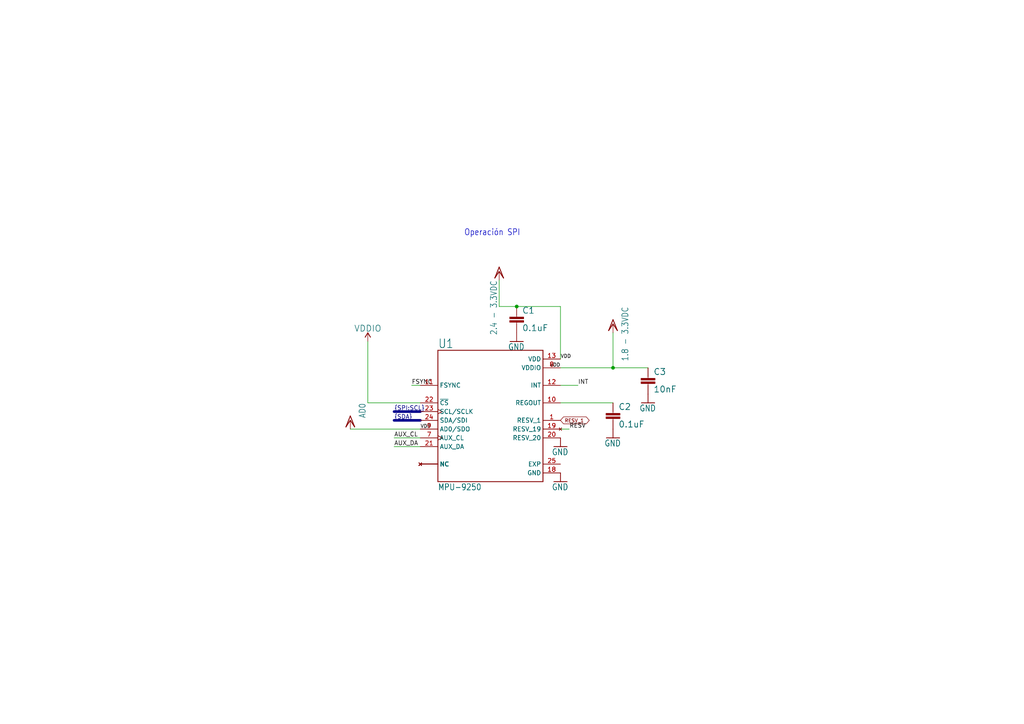
<source format=kicad_sch>
(kicad_sch
	(version 20231120)
	(generator "eeschema")
	(generator_version "8.0")
	(uuid "764a5353-0f84-4bd2-bab1-8a7686256f67")
	(paper "A4")
	(lib_symbols
		(symbol "MPU9250_SPI-eagle-import:1.0NF/1000PF-1206-2KV-10%"
			(exclude_from_sim no)
			(in_bom yes)
			(on_board yes)
			(property "Reference" "C"
				(at 1.524 2.921 0)
				(effects
					(font
						(size 1.778 1.778)
					)
					(justify left bottom)
				)
			)
			(property "Value" ""
				(at 1.524 -2.159 0)
				(effects
					(font
						(size 1.778 1.778)
					)
					(justify left bottom)
				)
			)
			(property "Footprint" "MPU9250_SPI:1206"
				(at 0 0 0)
				(effects
					(font
						(size 1.27 1.27)
					)
					(hide yes)
				)
			)
			(property "Datasheet" ""
				(at 0 0 0)
				(effects
					(font
						(size 1.27 1.27)
					)
					(hide yes)
				)
			)
			(property "Description" "1nF/1,000pF ceramic capacitors\n\nA capacitor is a passive two-terminal electrical component used to store electrical energy temporarily in an electric field."
				(at 0 0 0)
				(effects
					(font
						(size 1.27 1.27)
					)
					(hide yes)
				)
			)
			(property "ki_locked" ""
				(at 0 0 0)
				(effects
					(font
						(size 1.27 1.27)
					)
				)
			)
			(symbol "1.0NF/1000PF-1206-2KV-10%_1_0"
				(rectangle
					(start -2.032 0.508)
					(end 2.032 1.016)
					(stroke
						(width 0)
						(type default)
					)
					(fill
						(type outline)
					)
				)
				(rectangle
					(start -2.032 1.524)
					(end 2.032 2.032)
					(stroke
						(width 0)
						(type default)
					)
					(fill
						(type outline)
					)
				)
				(polyline
					(pts
						(xy 0 0) (xy 0 0.508)
					)
					(stroke
						(width 0.1524)
						(type solid)
					)
					(fill
						(type none)
					)
				)
				(polyline
					(pts
						(xy 0 2.54) (xy 0 2.032)
					)
					(stroke
						(width 0.1524)
						(type solid)
					)
					(fill
						(type none)
					)
				)
				(pin passive line
					(at 0 5.08 270)
					(length 2.54)
					(name "1"
						(effects
							(font
								(size 0 0)
							)
						)
					)
					(number "1"
						(effects
							(font
								(size 0 0)
							)
						)
					)
				)
				(pin passive line
					(at 0 -2.54 90)
					(length 2.54)
					(name "2"
						(effects
							(font
								(size 0 0)
							)
						)
					)
					(number "2"
						(effects
							(font
								(size 0 0)
							)
						)
					)
				)
			)
		)
		(symbol "MPU9250_SPI-eagle-import:GND"
			(power)
			(exclude_from_sim no)
			(in_bom yes)
			(on_board yes)
			(property "Reference" "#GND"
				(at 0 0 0)
				(effects
					(font
						(size 1.27 1.27)
					)
					(hide yes)
				)
			)
			(property "Value" ""
				(at -2.54 -2.54 0)
				(effects
					(font
						(size 1.778 1.5113)
					)
					(justify left bottom)
				)
			)
			(property "Footprint" ""
				(at 0 0 0)
				(effects
					(font
						(size 1.27 1.27)
					)
					(hide yes)
				)
			)
			(property "Datasheet" ""
				(at 0 0 0)
				(effects
					(font
						(size 1.27 1.27)
					)
					(hide yes)
				)
			)
			(property "Description" "SUPPLY SYMBOL"
				(at 0 0 0)
				(effects
					(font
						(size 1.27 1.27)
					)
					(hide yes)
				)
			)
			(property "ki_locked" ""
				(at 0 0 0)
				(effects
					(font
						(size 1.27 1.27)
					)
				)
			)
			(symbol "GND_1_0"
				(polyline
					(pts
						(xy -1.905 0) (xy 1.905 0)
					)
					(stroke
						(width 0.254)
						(type solid)
					)
					(fill
						(type none)
					)
				)
				(pin power_in line
					(at 0 2.54 270)
					(length 2.54)
					(name "GND"
						(effects
							(font
								(size 0 0)
							)
						)
					)
					(number "1"
						(effects
							(font
								(size 0 0)
							)
						)
					)
				)
			)
		)
		(symbol "MPU9250_SPI-eagle-import:MPU-9250"
			(exclude_from_sim no)
			(in_bom yes)
			(on_board yes)
			(property "Reference" "U"
				(at -15.2602 20.8556 0)
				(effects
					(font
						(size 2.54 2.159)
					)
					(justify left bottom)
				)
			)
			(property "Value" ""
				(at -15.2414 -20.3219 0)
				(effects
					(font
						(size 1.7781 1.5113)
					)
					(justify left bottom)
				)
			)
			(property "Footprint" "MPU9250_SPI:QFN40P300X300X105-25N"
				(at 0 0 0)
				(effects
					(font
						(size 1.27 1.27)
					)
					(hide yes)
				)
			)
			(property "Datasheet" ""
				(at 0 0 0)
				(effects
					(font
						(size 1.27 1.27)
					)
					(hide yes)
				)
			)
			(property "Description" "https://pricing.snapeda.com/parts/MPU-9250/TDK%20InvenSense/view-part?ref=eda Check availability"
				(at 0 0 0)
				(effects
					(font
						(size 1.27 1.27)
					)
					(hide yes)
				)
			)
			(property "ki_locked" ""
				(at 0 0 0)
				(effects
					(font
						(size 1.27 1.27)
					)
				)
			)
			(symbol "MPU-9250_1_0"
				(polyline
					(pts
						(xy -15.24 -17.78) (xy 15.24 -17.78)
					)
					(stroke
						(width 0.254)
						(type solid)
					)
					(fill
						(type none)
					)
				)
				(polyline
					(pts
						(xy -15.24 20.32) (xy -15.24 -17.78)
					)
					(stroke
						(width 0.254)
						(type solid)
					)
					(fill
						(type none)
					)
				)
				(polyline
					(pts
						(xy 15.24 -17.78) (xy 15.24 20.32)
					)
					(stroke
						(width 0.254)
						(type solid)
					)
					(fill
						(type none)
					)
				)
				(polyline
					(pts
						(xy 15.24 20.32) (xy -15.24 20.32)
					)
					(stroke
						(width 0.254)
						(type solid)
					)
					(fill
						(type none)
					)
				)
				(pin power_in line
					(at 20.32 0 180)
					(length 5.08)
					(name "RESV_1"
						(effects
							(font
								(size 1.27 1.27)
							)
						)
					)
					(number "1"
						(effects
							(font
								(size 1.27 1.27)
							)
						)
					)
				)
				(pin output line
					(at 20.32 5.08 180)
					(length 5.08)
					(name "REGOUT"
						(effects
							(font
								(size 1.27 1.27)
							)
						)
					)
					(number "10"
						(effects
							(font
								(size 1.27 1.27)
							)
						)
					)
				)
				(pin input line
					(at -20.32 10.16 0)
					(length 5.08)
					(name "FSYNC"
						(effects
							(font
								(size 1.27 1.27)
							)
						)
					)
					(number "11"
						(effects
							(font
								(size 1.27 1.27)
							)
						)
					)
				)
				(pin output line
					(at 20.32 10.16 180)
					(length 5.08)
					(name "INT"
						(effects
							(font
								(size 1.27 1.27)
							)
						)
					)
					(number "12"
						(effects
							(font
								(size 1.27 1.27)
							)
						)
					)
				)
				(pin power_in line
					(at 20.32 17.78 180)
					(length 5.08)
					(name "VDD"
						(effects
							(font
								(size 1.27 1.27)
							)
						)
					)
					(number "13"
						(effects
							(font
								(size 1.27 1.27)
							)
						)
					)
				)
				(pin no_connect line
					(at -20.32 -12.7 0)
					(length 5.08)
					(name "NC"
						(effects
							(font
								(size 1.27 1.27)
							)
						)
					)
					(number "14"
						(effects
							(font
								(size 0 0)
							)
						)
					)
				)
				(pin no_connect line
					(at -20.32 -12.7 0)
					(length 5.08)
					(name "NC"
						(effects
							(font
								(size 1.27 1.27)
							)
						)
					)
					(number "15"
						(effects
							(font
								(size 0 0)
							)
						)
					)
				)
				(pin no_connect line
					(at -20.32 -12.7 0)
					(length 5.08)
					(name "NC"
						(effects
							(font
								(size 1.27 1.27)
							)
						)
					)
					(number "16"
						(effects
							(font
								(size 0 0)
							)
						)
					)
				)
				(pin no_connect line
					(at -20.32 -12.7 0)
					(length 5.08)
					(name "NC"
						(effects
							(font
								(size 1.27 1.27)
							)
						)
					)
					(number "17"
						(effects
							(font
								(size 0 0)
							)
						)
					)
				)
				(pin power_in line
					(at 20.32 -15.24 180)
					(length 5.08)
					(name "GND"
						(effects
							(font
								(size 1.27 1.27)
							)
						)
					)
					(number "18"
						(effects
							(font
								(size 1.27 1.27)
							)
						)
					)
				)
				(pin no_connect line
					(at 20.32 -2.54 180)
					(length 5.08)
					(name "RESV_19"
						(effects
							(font
								(size 1.27 1.27)
							)
						)
					)
					(number "19"
						(effects
							(font
								(size 1.27 1.27)
							)
						)
					)
				)
				(pin no_connect line
					(at -20.32 -12.7 0)
					(length 5.08)
					(name "NC"
						(effects
							(font
								(size 1.27 1.27)
							)
						)
					)
					(number "2"
						(effects
							(font
								(size 0 0)
							)
						)
					)
				)
				(pin power_in line
					(at 20.32 -5.08 180)
					(length 5.08)
					(name "RESV_20"
						(effects
							(font
								(size 1.27 1.27)
							)
						)
					)
					(number "20"
						(effects
							(font
								(size 1.27 1.27)
							)
						)
					)
				)
				(pin input line
					(at -20.32 -7.62 0)
					(length 5.08)
					(name "AUX_DA"
						(effects
							(font
								(size 1.27 1.27)
							)
						)
					)
					(number "21"
						(effects
							(font
								(size 1.27 1.27)
							)
						)
					)
				)
				(pin input line
					(at -20.32 5.08 0)
					(length 5.08)
					(name "~{CS}"
						(effects
							(font
								(size 1.27 1.27)
							)
						)
					)
					(number "22"
						(effects
							(font
								(size 1.27 1.27)
							)
						)
					)
				)
				(pin input clock
					(at -20.32 2.54 0)
					(length 5.08)
					(name "SCL/SCLK"
						(effects
							(font
								(size 1.27 1.27)
							)
						)
					)
					(number "23"
						(effects
							(font
								(size 1.27 1.27)
							)
						)
					)
				)
				(pin bidirectional line
					(at -20.32 0 0)
					(length 5.08)
					(name "SDA/SDI"
						(effects
							(font
								(size 1.27 1.27)
							)
						)
					)
					(number "24"
						(effects
							(font
								(size 1.27 1.27)
							)
						)
					)
				)
				(pin passive line
					(at 20.32 -12.7 180)
					(length 5.08)
					(name "EXP"
						(effects
							(font
								(size 1.27 1.27)
							)
						)
					)
					(number "25"
						(effects
							(font
								(size 1.27 1.27)
							)
						)
					)
				)
				(pin no_connect line
					(at -20.32 -12.7 0)
					(length 5.08)
					(name "NC"
						(effects
							(font
								(size 1.27 1.27)
							)
						)
					)
					(number "3"
						(effects
							(font
								(size 0 0)
							)
						)
					)
				)
				(pin no_connect line
					(at -20.32 -12.7 0)
					(length 5.08)
					(name "NC"
						(effects
							(font
								(size 1.27 1.27)
							)
						)
					)
					(number "4"
						(effects
							(font
								(size 0 0)
							)
						)
					)
				)
				(pin no_connect line
					(at -20.32 -12.7 0)
					(length 5.08)
					(name "NC"
						(effects
							(font
								(size 1.27 1.27)
							)
						)
					)
					(number "5"
						(effects
							(font
								(size 0 0)
							)
						)
					)
				)
				(pin no_connect line
					(at -20.32 -12.7 0)
					(length 5.08)
					(name "NC"
						(effects
							(font
								(size 1.27 1.27)
							)
						)
					)
					(number "6"
						(effects
							(font
								(size 0 0)
							)
						)
					)
				)
				(pin input clock
					(at -20.32 -5.08 0)
					(length 5.08)
					(name "AUX_CL"
						(effects
							(font
								(size 1.27 1.27)
							)
						)
					)
					(number "7"
						(effects
							(font
								(size 1.27 1.27)
							)
						)
					)
				)
				(pin power_in line
					(at 20.32 15.24 180)
					(length 5.08)
					(name "VDDIO"
						(effects
							(font
								(size 1.27 1.27)
							)
						)
					)
					(number "8"
						(effects
							(font
								(size 1.27 1.27)
							)
						)
					)
				)
				(pin output line
					(at -20.32 -2.54 0)
					(length 5.08)
					(name "AD0/SDO"
						(effects
							(font
								(size 1.27 1.27)
							)
						)
					)
					(number "9"
						(effects
							(font
								(size 1.27 1.27)
							)
						)
					)
				)
			)
		)
		(symbol "MPU9250_SPI-eagle-import:VDD"
			(power)
			(exclude_from_sim no)
			(in_bom yes)
			(on_board yes)
			(property "Reference" "#VDD"
				(at 0 0 0)
				(effects
					(font
						(size 1.27 1.27)
					)
					(hide yes)
				)
			)
			(property "Value" ""
				(at -2.54 -2.54 90)
				(effects
					(font
						(size 1.778 1.5113)
					)
					(justify left bottom)
				)
			)
			(property "Footprint" ""
				(at 0 0 0)
				(effects
					(font
						(size 1.27 1.27)
					)
					(hide yes)
				)
			)
			(property "Datasheet" ""
				(at 0 0 0)
				(effects
					(font
						(size 1.27 1.27)
					)
					(hide yes)
				)
			)
			(property "Description" "SUPPLY SYMBOL"
				(at 0 0 0)
				(effects
					(font
						(size 1.27 1.27)
					)
					(hide yes)
				)
			)
			(property "ki_locked" ""
				(at 0 0 0)
				(effects
					(font
						(size 1.27 1.27)
					)
				)
			)
			(symbol "VDD_1_0"
				(polyline
					(pts
						(xy 0 0) (xy -1.27 -1.905)
					)
					(stroke
						(width 0.254)
						(type solid)
					)
					(fill
						(type none)
					)
				)
				(polyline
					(pts
						(xy 0 1.27) (xy -1.27 -1.905)
					)
					(stroke
						(width 0.254)
						(type solid)
					)
					(fill
						(type none)
					)
				)
				(polyline
					(pts
						(xy 1.27 -1.905) (xy 0 0)
					)
					(stroke
						(width 0.254)
						(type solid)
					)
					(fill
						(type none)
					)
				)
				(polyline
					(pts
						(xy 1.27 -1.905) (xy 0 1.27)
					)
					(stroke
						(width 0.254)
						(type solid)
					)
					(fill
						(type none)
					)
				)
				(pin power_in line
					(at 0 -2.54 90)
					(length 2.54)
					(name "VDD"
						(effects
							(font
								(size 0 0)
							)
						)
					)
					(number "1"
						(effects
							(font
								(size 0 0)
							)
						)
					)
				)
			)
		)
		(symbol "MPU9250_SPI-eagle-import:VDDIO"
			(power)
			(exclude_from_sim no)
			(in_bom yes)
			(on_board yes)
			(property "Reference" "#SUPPLY"
				(at 0 0 0)
				(effects
					(font
						(size 1.27 1.27)
					)
					(hide yes)
				)
			)
			(property "Value" ""
				(at 0 2.794 0)
				(effects
					(font
						(size 1.778 1.778)
					)
					(justify bottom)
				)
			)
			(property "Footprint" ""
				(at 0 0 0)
				(effects
					(font
						(size 1.27 1.27)
					)
					(hide yes)
				)
			)
			(property "Datasheet" ""
				(at 0 0 0)
				(effects
					(font
						(size 1.27 1.27)
					)
					(hide yes)
				)
			)
			(property "Description" "VDD Voltage Supply\n\nPositive voltage supply (traditionally for a CMOS device, D=drain)."
				(at 0 0 0)
				(effects
					(font
						(size 1.27 1.27)
					)
					(hide yes)
				)
			)
			(property "ki_locked" ""
				(at 0 0 0)
				(effects
					(font
						(size 1.27 1.27)
					)
				)
			)
			(symbol "VDDIO_1_0"
				(polyline
					(pts
						(xy 0 2.54) (xy -0.762 1.27)
					)
					(stroke
						(width 0.254)
						(type solid)
					)
					(fill
						(type none)
					)
				)
				(polyline
					(pts
						(xy 0.762 1.27) (xy 0 2.54)
					)
					(stroke
						(width 0.254)
						(type solid)
					)
					(fill
						(type none)
					)
				)
				(pin power_in line
					(at 0 0 90)
					(length 2.54)
					(name "VDDIO"
						(effects
							(font
								(size 0 0)
							)
						)
					)
					(number "1"
						(effects
							(font
								(size 0 0)
							)
						)
					)
				)
			)
		)
	)
	(junction
		(at 177.8 106.68)
		(diameter 0)
		(color 0 0 0 0)
		(uuid "c3bbfa97-dd4e-4dcc-b11b-00b5c69bc2b0")
	)
	(junction
		(at 149.86 88.9)
		(diameter 0)
		(color 0 0 0 0)
		(uuid "f6704ea5-6b83-4a93-9e7f-2b8837dfa1ea")
	)
	(bus
		(pts
			(xy 121.92 121.92) (xy 114.3 121.92)
		)
		(stroke
			(width 0.762)
			(type solid)
		)
		(uuid "0bb61561-8db4-4802-95c7-5d22dfa342f9")
	)
	(wire
		(pts
			(xy 177.8 106.68) (xy 187.96 106.68)
		)
		(stroke
			(width 0.1524)
			(type solid)
		)
		(uuid "0d443655-23f9-42f4-a740-7e018a27bcc0")
	)
	(wire
		(pts
			(xy 162.56 104.14) (xy 162.56 88.9)
		)
		(stroke
			(width 0.1524)
			(type solid)
		)
		(uuid "1b9fc20e-4f34-48b0-abfe-f7479d90cc55")
	)
	(wire
		(pts
			(xy 144.78 81.28) (xy 144.78 88.9)
		)
		(stroke
			(width 0.1524)
			(type solid)
		)
		(uuid "32cc8c65-86eb-4185-9623-bd8feae50f54")
	)
	(wire
		(pts
			(xy 121.92 127) (xy 114.3 127)
		)
		(stroke
			(width 0.1524)
			(type solid)
		)
		(uuid "46c5a351-a39f-4297-9fac-7a2d9939d622")
	)
	(wire
		(pts
			(xy 106.68 116.84) (xy 121.92 116.84)
		)
		(stroke
			(width 0.1524)
			(type solid)
		)
		(uuid "592a75e5-c4fe-4bd1-8acf-66a9d6091621")
	)
	(wire
		(pts
			(xy 162.56 124.46) (xy 165.1 124.46)
		)
		(stroke
			(width 0.1524)
			(type solid)
		)
		(uuid "5dd1d3ad-4049-490a-ba09-37983149a72a")
	)
	(wire
		(pts
			(xy 162.56 106.68) (xy 177.8 106.68)
		)
		(stroke
			(width 0.1524)
			(type solid)
		)
		(uuid "6f91be73-9b0f-47ed-92ad-06e4cb056a7b")
	)
	(wire
		(pts
			(xy 121.92 129.54) (xy 114.3 129.54)
		)
		(stroke
			(width 0.1524)
			(type solid)
		)
		(uuid "71fc5644-617d-44a3-9c3b-c2539a9a0ff6")
	)
	(wire
		(pts
			(xy 162.56 111.76) (xy 167.64 111.76)
		)
		(stroke
			(width 0.1524)
			(type solid)
		)
		(uuid "7e306e86-c9eb-4c5f-8e35-cd17b2a60f9c")
	)
	(wire
		(pts
			(xy 162.56 116.84) (xy 177.8 116.84)
		)
		(stroke
			(width 0.1524)
			(type solid)
		)
		(uuid "8611a3d7-b1f6-422e-a82b-9c1c22fd7243")
	)
	(wire
		(pts
			(xy 177.8 96.52) (xy 177.8 106.68)
		)
		(stroke
			(width 0.1524)
			(type solid)
		)
		(uuid "8d7385ad-2982-4a5a-8a14-9256f96cb686")
	)
	(wire
		(pts
			(xy 162.56 88.9) (xy 149.86 88.9)
		)
		(stroke
			(width 0.1524)
			(type solid)
		)
		(uuid "a676e4ef-2d91-4ef2-877c-071a58e9b35e")
	)
	(bus
		(pts
			(xy 121.92 119.38) (xy 114.3 119.38)
		)
		(stroke
			(width 0.762)
			(type solid)
		)
		(uuid "c18c861f-00b5-49ef-8d91-757eded1c446")
	)
	(wire
		(pts
			(xy 106.68 99.06) (xy 106.68 116.84)
		)
		(stroke
			(width 0.1524)
			(type solid)
		)
		(uuid "cba003f7-7f19-4166-a72b-72293600a94a")
	)
	(wire
		(pts
			(xy 121.92 111.76) (xy 119.38 111.76)
		)
		(stroke
			(width 0.1524)
			(type solid)
		)
		(uuid "d39a90a4-7e93-4249-b5d0-ec6a7b3dc48e")
	)
	(wire
		(pts
			(xy 121.92 124.46) (xy 101.6 124.46)
		)
		(stroke
			(width 0.1524)
			(type solid)
		)
		(uuid "d657525a-fc74-4cd9-a120-ff8af1a33ea5")
	)
	(wire
		(pts
			(xy 144.78 88.9) (xy 149.86 88.9)
		)
		(stroke
			(width 0.1524)
			(type solid)
		)
		(uuid "f588ea3d-7d3c-4957-984d-53af047e6696")
	)
	(text "Operación SPI"
		(exclude_from_sim no)
		(at 134.62 68.58 0)
		(effects
			(font
				(size 1.778 1.5113)
			)
			(justify left bottom)
		)
		(uuid "cff7d4e9-efea-4cc2-a08d-22f37a589949")
	)
	(label "VDD"
		(at 121.92 124.46 0)
		(effects
			(font
				(size 1.016 1.016)
			)
			(justify left bottom)
		)
		(uuid "241e1e24-e68d-4c7b-a41a-134d7c57c8a1")
	)
	(label "VDD"
		(at 162.56 106.68 180)
		(effects
			(font
				(size 1.016 1.016)
			)
			(justify right bottom)
		)
		(uuid "2a74a767-2a8a-46ba-a01d-80beb897279a")
	)
	(label "VDD"
		(at 162.56 104.14 0)
		(effects
			(font
				(size 1.016 1.016)
			)
			(justify left bottom)
		)
		(uuid "57be9ce1-f262-4e23-9e59-5fa0557bc3c5")
	)
	(label "INT"
		(at 167.64 111.76 0)
		(effects
			(font
				(size 1.2446 1.2446)
			)
			(justify left bottom)
		)
		(uuid "7012ce64-ba27-4be6-a6ed-6663fffa69ab")
	)
	(label "{SDA}"
		(at 114.3 121.92 0)
		(effects
			(font
				(size 1.2446 1.2446)
			)
			(justify left bottom)
		)
		(uuid "7c44bd4c-8858-4bb9-a4dd-97ac509e36ff")
	)
	(label "AUX_DA"
		(at 114.3 129.54 0)
		(effects
			(font
				(size 1.2446 1.2446)
			)
			(justify left bottom)
		)
		(uuid "baecdad2-b4e9-4f0c-928e-2a67e2f71782")
	)
	(label "{SPI:SCL}"
		(at 114.3 119.38 0)
		(effects
			(font
				(size 1.2446 1.2446)
			)
			(justify left bottom)
		)
		(uuid "bb7c1a85-d7a4-43aa-a805-59bf4d9fe55c")
	)
	(label "AUX_CL"
		(at 114.3 127 0)
		(effects
			(font
				(size 1.2446 1.2446)
			)
			(justify left bottom)
		)
		(uuid "e2316fd5-2948-433c-8155-f980d5f44d8e")
	)
	(label "FSYNC"
		(at 119.38 111.76 0)
		(effects
			(font
				(size 1.2446 1.2446)
			)
			(justify left bottom)
		)
		(uuid "e4a63826-80ea-4047-9a98-b1274410ed21")
	)
	(label "RESV"
		(at 165.1 124.46 0)
		(effects
			(font
				(size 1.2446 1.2446)
			)
			(justify left bottom)
		)
		(uuid "f7e2fd41-4486-485a-864d-f838c1155bb8")
	)
	(global_label "RESV_1"
		(shape bidirectional)
		(at 162.56 121.92 0)
		(fields_autoplaced yes)
		(effects
			(font
				(size 1.016 1.016)
			)
			(justify left)
		)
		(uuid "4339c459-04ec-402b-b645-e081ea360c7b")
		(property "Intersheetrefs" "${INTERSHEET_REFS}"
			(at 171.3523 121.92 0)
			(effects
				(font
					(size 1.27 1.27)
				)
				(justify left)
				(hide yes)
			)
		)
	)
	(symbol
		(lib_id "MPU9250_SPI-eagle-import:VDD")
		(at 144.78 78.74 0)
		(unit 1)
		(exclude_from_sim no)
		(in_bom yes)
		(on_board yes)
		(dnp no)
		(uuid "543a7fdc-96ec-4b91-bee8-489838baaa0c")
		(property "Reference" "#VDD1"
			(at 144.78 78.74 0)
			(effects
				(font
					(size 1.27 1.27)
				)
				(hide yes)
			)
		)
		(property "Value" "2.4 - 3.3VDC"
			(at 142.24 81.28 90)
			(effects
				(font
					(size 1.778 1.5113)
				)
				(justify right top)
			)
		)
		(property "Footprint" ""
			(at 144.78 78.74 0)
			(effects
				(font
					(size 1.27 1.27)
				)
				(hide yes)
			)
		)
		(property "Datasheet" ""
			(at 144.78 78.74 0)
			(effects
				(font
					(size 1.27 1.27)
				)
				(hide yes)
			)
		)
		(property "Description" ""
			(at 144.78 78.74 0)
			(effects
				(font
					(size 1.27 1.27)
				)
				(hide yes)
			)
		)
		(pin "1"
			(uuid "b2028716-8e8a-4feb-acfb-c24e708cb297")
		)
		(instances
			(project ""
				(path "/764a5353-0f84-4bd2-bab1-8a7686256f67"
					(reference "#VDD1")
					(unit 1)
				)
			)
		)
	)
	(symbol
		(lib_id "MPU9250_SPI-eagle-import:1.0NF/1000PF-1206-2KV-10%")
		(at 149.86 93.98 0)
		(unit 1)
		(exclude_from_sim no)
		(in_bom yes)
		(on_board yes)
		(dnp no)
		(uuid "592feed7-351b-4fa3-9b3e-9ff574251dad")
		(property "Reference" "C1"
			(at 151.384 91.059 0)
			(effects
				(font
					(size 1.778 1.778)
				)
				(justify left bottom)
			)
		)
		(property "Value" "0.1uF"
			(at 151.384 96.139 0)
			(effects
				(font
					(size 1.778 1.778)
				)
				(justify left bottom)
			)
		)
		(property "Footprint" "MPU9250_SPI:1206"
			(at 149.86 93.98 0)
			(effects
				(font
					(size 1.27 1.27)
				)
				(hide yes)
			)
		)
		(property "Datasheet" ""
			(at 149.86 93.98 0)
			(effects
				(font
					(size 1.27 1.27)
				)
				(hide yes)
			)
		)
		(property "Description" ""
			(at 149.86 93.98 0)
			(effects
				(font
					(size 1.27 1.27)
				)
				(hide yes)
			)
		)
		(pin "2"
			(uuid "717b22f3-9ee2-4c36-ac69-5dfb97708c94")
		)
		(pin "1"
			(uuid "82c6782c-5792-4ef0-9105-aedb942ddc07")
		)
		(instances
			(project ""
				(path "/764a5353-0f84-4bd2-bab1-8a7686256f67"
					(reference "C1")
					(unit 1)
				)
			)
		)
	)
	(symbol
		(lib_id "MPU9250_SPI-eagle-import:VDD")
		(at 177.8 93.98 0)
		(unit 1)
		(exclude_from_sim no)
		(in_bom yes)
		(on_board yes)
		(dnp no)
		(uuid "5fe04a96-a11a-4161-b6b8-b69d21d78ce1")
		(property "Reference" "#VDD2"
			(at 177.8 93.98 0)
			(effects
				(font
					(size 1.27 1.27)
				)
				(hide yes)
			)
		)
		(property "Value" "1.8 - 3.3VDC"
			(at 180.34 88.9 90)
			(effects
				(font
					(size 1.778 1.5113)
				)
				(justify right top)
			)
		)
		(property "Footprint" ""
			(at 177.8 93.98 0)
			(effects
				(font
					(size 1.27 1.27)
				)
				(hide yes)
			)
		)
		(property "Datasheet" ""
			(at 177.8 93.98 0)
			(effects
				(font
					(size 1.27 1.27)
				)
				(hide yes)
			)
		)
		(property "Description" ""
			(at 177.8 93.98 0)
			(effects
				(font
					(size 1.27 1.27)
				)
				(hide yes)
			)
		)
		(pin "1"
			(uuid "27eb5299-51a4-40fc-ad89-37013012ffc1")
		)
		(instances
			(project ""
				(path "/764a5353-0f84-4bd2-bab1-8a7686256f67"
					(reference "#VDD2")
					(unit 1)
				)
			)
		)
	)
	(symbol
		(lib_id "MPU9250_SPI-eagle-import:GND")
		(at 149.86 99.06 0)
		(unit 1)
		(exclude_from_sim no)
		(in_bom yes)
		(on_board yes)
		(dnp no)
		(uuid "610222e3-6e8b-4ef1-8799-f4dcec5afb53")
		(property "Reference" "#GND2"
			(at 149.86 99.06 0)
			(effects
				(font
					(size 1.27 1.27)
				)
				(hide yes)
			)
		)
		(property "Value" "GND"
			(at 147.32 101.6 0)
			(effects
				(font
					(size 1.778 1.5113)
				)
				(justify left bottom)
			)
		)
		(property "Footprint" ""
			(at 149.86 99.06 0)
			(effects
				(font
					(size 1.27 1.27)
				)
				(hide yes)
			)
		)
		(property "Datasheet" ""
			(at 149.86 99.06 0)
			(effects
				(font
					(size 1.27 1.27)
				)
				(hide yes)
			)
		)
		(property "Description" ""
			(at 149.86 99.06 0)
			(effects
				(font
					(size 1.27 1.27)
				)
				(hide yes)
			)
		)
		(pin "1"
			(uuid "fbc7056d-b7db-40e6-8b14-212ba2cc4a2c")
		)
		(instances
			(project ""
				(path "/764a5353-0f84-4bd2-bab1-8a7686256f67"
					(reference "#GND2")
					(unit 1)
				)
			)
		)
	)
	(symbol
		(lib_id "MPU9250_SPI-eagle-import:MPU-9250")
		(at 142.24 121.92 0)
		(unit 1)
		(exclude_from_sim no)
		(in_bom yes)
		(on_board yes)
		(dnp no)
		(uuid "7c443d63-4d89-4c6a-827a-fbf85603445c")
		(property "Reference" "U1"
			(at 126.9798 101.0644 0)
			(effects
				(font
					(size 2.54 2.159)
				)
				(justify left bottom)
			)
		)
		(property "Value" "MPU-9250"
			(at 126.9986 142.2419 0)
			(effects
				(font
					(size 1.7781 1.5113)
				)
				(justify left bottom)
			)
		)
		(property "Footprint" "MPU9250_SPI:QFN40P300X300X105-25N"
			(at 142.24 121.92 0)
			(effects
				(font
					(size 1.27 1.27)
				)
				(hide yes)
			)
		)
		(property "Datasheet" ""
			(at 142.24 121.92 0)
			(effects
				(font
					(size 1.27 1.27)
				)
				(hide yes)
			)
		)
		(property "Description" ""
			(at 142.24 121.92 0)
			(effects
				(font
					(size 1.27 1.27)
				)
				(hide yes)
			)
		)
		(pin "10"
			(uuid "f5ea34d0-bd66-4aa5-a501-36e7a0e0856e")
		)
		(pin "12"
			(uuid "124a3fc3-10b1-48f5-999f-53460a0cbb81")
		)
		(pin "14"
			(uuid "1060ec42-ded9-41a7-b293-61bc1333a25f")
		)
		(pin "15"
			(uuid "2c643b56-df07-431a-9b63-72dcad30e710")
		)
		(pin "1"
			(uuid "e779cc0d-77b3-4a2e-a4d3-086324a8ac96")
		)
		(pin "11"
			(uuid "999f1182-49d2-4586-95da-fc9d82c336f4")
		)
		(pin "13"
			(uuid "8af59d54-7616-4b7f-a76d-eadaef12be2c")
		)
		(pin "16"
			(uuid "7fd297ae-21dd-468c-9d7e-4ef79235102f")
		)
		(pin "17"
			(uuid "8c00e6cb-68e2-41f1-998e-752fcf1b4b3c")
		)
		(pin "18"
			(uuid "189dac03-808f-41c7-9b0f-2ba033bf32de")
		)
		(pin "19"
			(uuid "f087a42e-703d-46f6-8bf4-453e0e317f0b")
		)
		(pin "2"
			(uuid "7d758a45-ca64-482e-b127-249183dc2c76")
		)
		(pin "20"
			(uuid "2d913ee6-68ee-48d5-b664-5f1c7d3449ad")
		)
		(pin "22"
			(uuid "02056e5c-e3d1-4fbd-904d-e6ae76463ae1")
		)
		(pin "21"
			(uuid "9ca25dbe-b72a-4ea6-9339-a35d3597dc45")
		)
		(pin "23"
			(uuid "3d53a8d5-80c6-4d5e-b8b3-6622ee7ab26a")
		)
		(pin "24"
			(uuid "db42b9f3-21bb-4309-851e-b8b75b0376b3")
		)
		(pin "3"
			(uuid "821b9164-ba4a-4534-b80b-f23321bb9a0b")
		)
		(pin "25"
			(uuid "78b3c52f-0eff-4c4d-bb07-9f7007865ae4")
		)
		(pin "9"
			(uuid "c75225e4-e224-4f27-ace0-dae12ce8ae99")
		)
		(pin "5"
			(uuid "adab3e78-abd9-4271-92c8-a0e149786aa2")
		)
		(pin "7"
			(uuid "778a355d-1835-43c2-bc3d-04f3809c51d5")
		)
		(pin "4"
			(uuid "a00d1cd1-ae6e-49ac-8ff4-c949f275497c")
		)
		(pin "6"
			(uuid "627278d3-8c8f-490e-8f3c-17a723c9f327")
		)
		(pin "8"
			(uuid "5ebf92af-556e-47db-be49-a6d9e8d6e4fb")
		)
		(instances
			(project ""
				(path "/764a5353-0f84-4bd2-bab1-8a7686256f67"
					(reference "U1")
					(unit 1)
				)
			)
		)
	)
	(symbol
		(lib_id "MPU9250_SPI-eagle-import:GND")
		(at 187.96 116.84 0)
		(unit 1)
		(exclude_from_sim no)
		(in_bom yes)
		(on_board yes)
		(dnp no)
		(uuid "7dd44e56-1070-4126-804f-ad354f34a7bf")
		(property "Reference" "#GND4"
			(at 187.96 116.84 0)
			(effects
				(font
					(size 1.27 1.27)
				)
				(hide yes)
			)
		)
		(property "Value" "GND"
			(at 185.42 119.38 0)
			(effects
				(font
					(size 1.778 1.5113)
				)
				(justify left bottom)
			)
		)
		(property "Footprint" ""
			(at 187.96 116.84 0)
			(effects
				(font
					(size 1.27 1.27)
				)
				(hide yes)
			)
		)
		(property "Datasheet" ""
			(at 187.96 116.84 0)
			(effects
				(font
					(size 1.27 1.27)
				)
				(hide yes)
			)
		)
		(property "Description" ""
			(at 187.96 116.84 0)
			(effects
				(font
					(size 1.27 1.27)
				)
				(hide yes)
			)
		)
		(pin "1"
			(uuid "f3b4d581-2f7f-4328-8635-67e9deebd4e5")
		)
		(instances
			(project ""
				(path "/764a5353-0f84-4bd2-bab1-8a7686256f67"
					(reference "#GND4")
					(unit 1)
				)
			)
		)
	)
	(symbol
		(lib_id "MPU9250_SPI-eagle-import:1.0NF/1000PF-1206-2KV-10%")
		(at 187.96 111.76 0)
		(unit 1)
		(exclude_from_sim no)
		(in_bom yes)
		(on_board yes)
		(dnp no)
		(uuid "87b33593-2c1f-4e7d-96a0-0efd932f0ecf")
		(property "Reference" "C3"
			(at 189.484 108.839 0)
			(effects
				(font
					(size 1.778 1.778)
				)
				(justify left bottom)
			)
		)
		(property "Value" "10nF"
			(at 189.484 113.919 0)
			(effects
				(font
					(size 1.778 1.778)
				)
				(justify left bottom)
			)
		)
		(property "Footprint" "MPU9250_SPI:1206"
			(at 187.96 111.76 0)
			(effects
				(font
					(size 1.27 1.27)
				)
				(hide yes)
			)
		)
		(property "Datasheet" ""
			(at 187.96 111.76 0)
			(effects
				(font
					(size 1.27 1.27)
				)
				(hide yes)
			)
		)
		(property "Description" ""
			(at 187.96 111.76 0)
			(effects
				(font
					(size 1.27 1.27)
				)
				(hide yes)
			)
		)
		(pin "2"
			(uuid "ed847821-2f65-49e3-a231-260d8b9af651")
		)
		(pin "1"
			(uuid "35378b0b-4694-4e59-9294-100b069b5637")
		)
		(instances
			(project ""
				(path "/764a5353-0f84-4bd2-bab1-8a7686256f67"
					(reference "C3")
					(unit 1)
				)
			)
		)
	)
	(symbol
		(lib_id "MPU9250_SPI-eagle-import:GND")
		(at 177.8 127 0)
		(unit 1)
		(exclude_from_sim no)
		(in_bom yes)
		(on_board yes)
		(dnp no)
		(uuid "895e758f-84a7-40f4-b1fa-3d2de4a27c1f")
		(property "Reference" "#GND3"
			(at 177.8 127 0)
			(effects
				(font
					(size 1.27 1.27)
				)
				(hide yes)
			)
		)
		(property "Value" "GND"
			(at 175.26 129.54 0)
			(effects
				(font
					(size 1.778 1.5113)
				)
				(justify left bottom)
			)
		)
		(property "Footprint" ""
			(at 177.8 127 0)
			(effects
				(font
					(size 1.27 1.27)
				)
				(hide yes)
			)
		)
		(property "Datasheet" ""
			(at 177.8 127 0)
			(effects
				(font
					(size 1.27 1.27)
				)
				(hide yes)
			)
		)
		(property "Description" ""
			(at 177.8 127 0)
			(effects
				(font
					(size 1.27 1.27)
				)
				(hide yes)
			)
		)
		(pin "1"
			(uuid "d7fb483e-8594-4c6f-9b4f-ea2e3867bbc4")
		)
		(instances
			(project ""
				(path "/764a5353-0f84-4bd2-bab1-8a7686256f67"
					(reference "#GND3")
					(unit 1)
				)
			)
		)
	)
	(symbol
		(lib_id "MPU9250_SPI-eagle-import:GND")
		(at 162.56 139.7 0)
		(unit 1)
		(exclude_from_sim no)
		(in_bom yes)
		(on_board yes)
		(dnp no)
		(uuid "9e87d3c0-9c9c-45b0-b34a-3c9afc1b0296")
		(property "Reference" "#GND1"
			(at 162.56 139.7 0)
			(effects
				(font
					(size 1.27 1.27)
				)
				(hide yes)
			)
		)
		(property "Value" "GND"
			(at 160.02 142.24 0)
			(effects
				(font
					(size 1.778 1.5113)
				)
				(justify left bottom)
			)
		)
		(property "Footprint" ""
			(at 162.56 139.7 0)
			(effects
				(font
					(size 1.27 1.27)
				)
				(hide yes)
			)
		)
		(property "Datasheet" ""
			(at 162.56 139.7 0)
			(effects
				(font
					(size 1.27 1.27)
				)
				(hide yes)
			)
		)
		(property "Description" ""
			(at 162.56 139.7 0)
			(effects
				(font
					(size 1.27 1.27)
				)
				(hide yes)
			)
		)
		(pin "1"
			(uuid "1a2f3375-04a2-48dd-b06c-7054d51b6263")
		)
		(instances
			(project ""
				(path "/764a5353-0f84-4bd2-bab1-8a7686256f67"
					(reference "#GND1")
					(unit 1)
				)
			)
		)
	)
	(symbol
		(lib_id "MPU9250_SPI-eagle-import:VDD")
		(at 101.6 121.92 0)
		(unit 1)
		(exclude_from_sim no)
		(in_bom yes)
		(on_board yes)
		(dnp no)
		(uuid "bad4737c-b310-4cee-9b66-440e739e3818")
		(property "Reference" "#VDD3"
			(at 101.6 121.92 0)
			(effects
				(font
					(size 1.27 1.27)
				)
				(hide yes)
			)
		)
		(property "Value" "AD0"
			(at 104.14 116.84 90)
			(effects
				(font
					(size 1.778 1.5113)
				)
				(justify right top)
			)
		)
		(property "Footprint" ""
			(at 101.6 121.92 0)
			(effects
				(font
					(size 1.27 1.27)
				)
				(hide yes)
			)
		)
		(property "Datasheet" ""
			(at 101.6 121.92 0)
			(effects
				(font
					(size 1.27 1.27)
				)
				(hide yes)
			)
		)
		(property "Description" ""
			(at 101.6 121.92 0)
			(effects
				(font
					(size 1.27 1.27)
				)
				(hide yes)
			)
		)
		(pin "1"
			(uuid "6da0de42-94fc-4f17-905f-747cb299590e")
		)
		(instances
			(project ""
				(path "/764a5353-0f84-4bd2-bab1-8a7686256f67"
					(reference "#VDD3")
					(unit 1)
				)
			)
		)
	)
	(symbol
		(lib_id "MPU9250_SPI-eagle-import:GND")
		(at 162.56 129.54 0)
		(unit 1)
		(exclude_from_sim no)
		(in_bom yes)
		(on_board yes)
		(dnp no)
		(uuid "ca2195a6-5b3a-4240-a7d9-ec8bd8e19d5d")
		(property "Reference" "#GND5"
			(at 162.56 129.54 0)
			(effects
				(font
					(size 1.27 1.27)
				)
				(hide yes)
			)
		)
		(property "Value" "GND"
			(at 160.02 132.08 0)
			(effects
				(font
					(size 1.778 1.5113)
				)
				(justify left bottom)
			)
		)
		(property "Footprint" ""
			(at 162.56 129.54 0)
			(effects
				(font
					(size 1.27 1.27)
				)
				(hide yes)
			)
		)
		(property "Datasheet" ""
			(at 162.56 129.54 0)
			(effects
				(font
					(size 1.27 1.27)
				)
				(hide yes)
			)
		)
		(property "Description" ""
			(at 162.56 129.54 0)
			(effects
				(font
					(size 1.27 1.27)
				)
				(hide yes)
			)
		)
		(pin "1"
			(uuid "5c235967-cc77-455a-832d-4d62c302daa5")
		)
		(instances
			(project ""
				(path "/764a5353-0f84-4bd2-bab1-8a7686256f67"
					(reference "#GND5")
					(unit 1)
				)
			)
		)
	)
	(symbol
		(lib_id "MPU9250_SPI-eagle-import:VDDIO")
		(at 106.68 99.06 0)
		(unit 1)
		(exclude_from_sim no)
		(in_bom yes)
		(on_board yes)
		(dnp no)
		(uuid "d6eaf9ba-b497-472d-96c8-c9156fe57862")
		(property "Reference" "#SUPPLY1"
			(at 106.68 99.06 0)
			(effects
				(font
					(size 1.27 1.27)
				)
				(hide yes)
			)
		)
		(property "Value" "VDDIO"
			(at 106.68 96.266 0)
			(effects
				(font
					(size 1.778 1.778)
				)
				(justify bottom)
			)
		)
		(property "Footprint" ""
			(at 106.68 99.06 0)
			(effects
				(font
					(size 1.27 1.27)
				)
				(hide yes)
			)
		)
		(property "Datasheet" ""
			(at 106.68 99.06 0)
			(effects
				(font
					(size 1.27 1.27)
				)
				(hide yes)
			)
		)
		(property "Description" ""
			(at 106.68 99.06 0)
			(effects
				(font
					(size 1.27 1.27)
				)
				(hide yes)
			)
		)
		(pin "1"
			(uuid "dcb2c909-1164-4966-ab88-d9bf6d5d1099")
		)
		(instances
			(project ""
				(path "/764a5353-0f84-4bd2-bab1-8a7686256f67"
					(reference "#SUPPLY1")
					(unit 1)
				)
			)
		)
	)
	(symbol
		(lib_id "MPU9250_SPI-eagle-import:1.0NF/1000PF-1206-2KV-10%")
		(at 177.8 121.92 0)
		(unit 1)
		(exclude_from_sim no)
		(in_bom yes)
		(on_board yes)
		(dnp no)
		(uuid "def28bec-0711-4ff2-af52-244dafc7e6bc")
		(property "Reference" "C2"
			(at 179.324 118.999 0)
			(effects
				(font
					(size 1.778 1.778)
				)
				(justify left bottom)
			)
		)
		(property "Value" "0.1uF"
			(at 179.324 124.079 0)
			(effects
				(font
					(size 1.778 1.778)
				)
				(justify left bottom)
			)
		)
		(property "Footprint" "MPU9250_SPI:1206"
			(at 177.8 121.92 0)
			(effects
				(font
					(size 1.27 1.27)
				)
				(hide yes)
			)
		)
		(property "Datasheet" ""
			(at 177.8 121.92 0)
			(effects
				(font
					(size 1.27 1.27)
				)
				(hide yes)
			)
		)
		(property "Description" ""
			(at 177.8 121.92 0)
			(effects
				(font
					(size 1.27 1.27)
				)
				(hide yes)
			)
		)
		(pin "1"
			(uuid "2b89a4a3-ab60-4038-93ec-6652c32d89e1")
		)
		(pin "2"
			(uuid "8b4c2e43-ae39-49af-b1af-fd60e3fdfd65")
		)
		(instances
			(project ""
				(path "/764a5353-0f84-4bd2-bab1-8a7686256f67"
					(reference "C2")
					(unit 1)
				)
			)
		)
	)
	(sheet_instances
		(path "/"
			(page "1")
		)
	)
)

</source>
